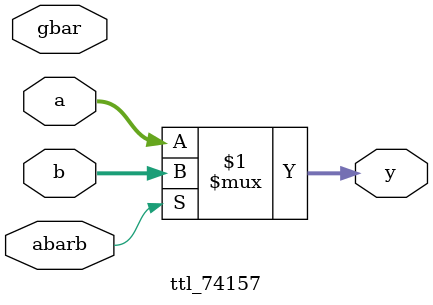
<source format=v>
module ttl_74157(
    input abarb,
    input  [3:0] a,
    input  [3:0] b,
    output [3:0] y,
    input gbar
);
    assign y = abarb ? b : a;
endmodule

</source>
